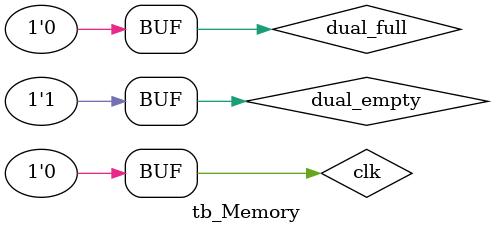
<source format=sv>
module tb_Memory();

	logic clk, rst;
	logic we_dual;
	logic [2:0] addr_wr,addr_rd;
	logic [3:0] din;
	logic [4:0] counter;
	logic [3:0] dout_dual;
	//logic [2:0] fifo_cnt;
	logic dual_empty, dual_full;
	
	
	Memory dut( 	
		//fifo_cnt,
		//dual memory logic
		clk, rst,
		we_dual,
		addr_wr, addr_rd, //initialize value
		din,
		//dual_wr_pt, dual_rd_pt,
		dual_empty, dual_full,
		dout_dual
	);
	
	always begin
		clk = 1; #10;
		clk = 0; #10;
		//we_dual = 1; #160;
	end
	
	initial begin
		counter = 0;
		rst = 0;
		dual_empty = 1;
		dual_full = 0;
		//fifo_cnt = 0;
	end
	
	always @ (posedge clk) begin
		if(~rst) begin
			addr_wr <= 3'b100;
			//addr_rd <= NULL;
			rst <= 1;
			
		end
		if(dual_full) begin
			rst <= 0;
		end
		counter <= counter + 1;
		if(counter == 5'b00000) begin 
				we_dual = 1; addr_wr = 3'b100; 
				din = counter[3:0];
		end
		else if(counter == 5'b00001) begin //8s
				we_dual = 1; addr_wr = 3'b101; 
				din = counter[3:0];
		end
		else if(counter == 5'b00010) begin 
				we_dual = 1; addr_wr = 3'b110; addr_rd = 3'b100;
				din = counter[3:0];
		end
		else if(counter == 5'b00011) begin //16s
				we_dual = 1; addr_wr = 3'b111; addr_rd = 3'b101; 
				din = counter[3:0];
		end
		else if(counter == 5'b00100) begin 
				we_dual = 0;  addr_rd = 3'b110; 
				din = counter[3:0];
		end
		else if(counter == 5'b00101) begin  //24s
				we_dual = 0;  addr_rd = 3'b111; 
				din = counter[3:0];
		end
		else if(counter == 5'b00110) begin //28s
				we_dual = 1; addr_wr = 3'b000; addr_rd = 3'b000; 
				din = counter[3:0];
		end
		else if(counter == 5'b00111) begin //others
				we_dual = 0; 
				din = counter[3:0];
		end
	end
	
endmodule

</source>
